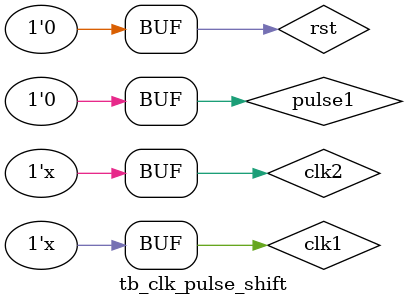
<source format=v>
`timescale 1ns / 1ps


module tb_clk_pulse_shift;

	// Inputs
	reg rst;
	reg clk1;
	reg clk2;
	reg pulse1;

	// Outputs
	wire pulse2;
	wire pulse_flag;

	// Instantiate the Unit Under Test (UUT)
	clk_pulse_shift uut (
		.rst(rst), 
		.clk1(clk1), 
		.clk2(clk2), 
		.pulse1(pulse1), 
		.pulse2(pulse2), 
		.pulse_flag(pulse_flag)
	);

	initial clk1 = 0; 
	always #5 clk1 = ~clk1;
	initial clk2 = 0; 
	always #20 clk2 = ~clk2;

	initial begin
		// Initialize Inputs
		rst = 1;
		pulse1 = 0;

		// Wait 100 ns for global reset to finish
		#100;
		rst = 0;
        
		// Add stimulus here
		#5.5;
		pulse1 = 1;
		#10;
		pulse1 = 0;


	end
      
endmodule


</source>
